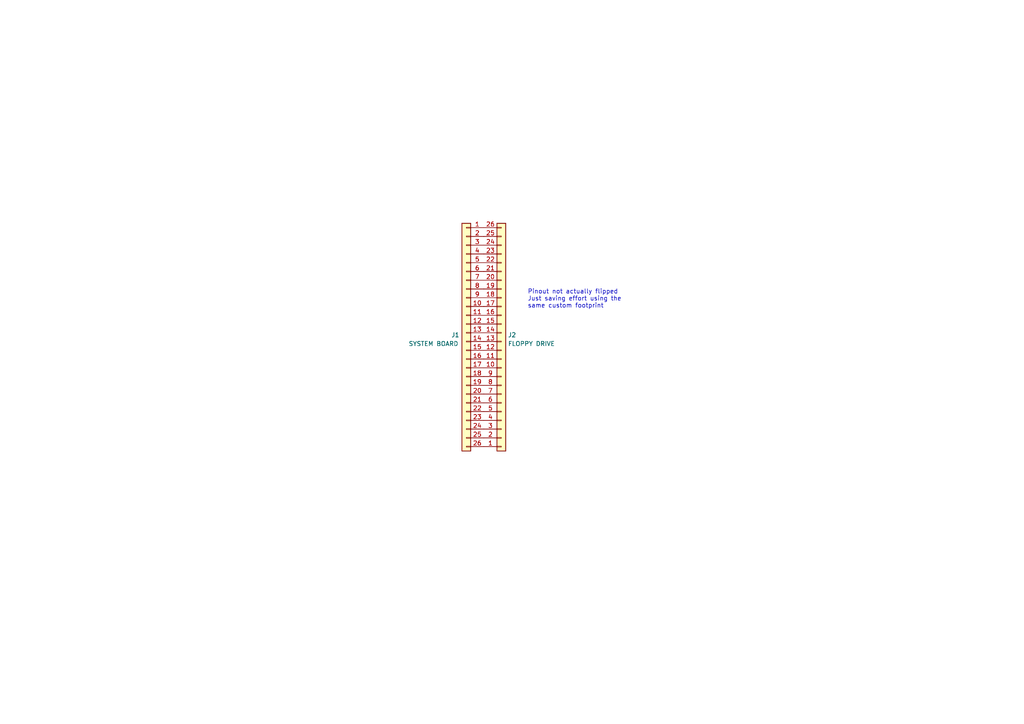
<source format=kicad_sch>
(kicad_sch (version 20211123) (generator eeschema)

  (uuid c8389f97-7bd0-4d9b-87c7-8cf801aa7aea)

  (paper "A4")

  (lib_symbols
    (symbol "Connector_Generic:Conn_01x26" (pin_names (offset 1.016) hide) (in_bom yes) (on_board yes)
      (property "Reference" "J" (id 0) (at 0 33.02 0)
        (effects (font (size 1.27 1.27)))
      )
      (property "Value" "Conn_01x26" (id 1) (at 0 -35.56 0)
        (effects (font (size 1.27 1.27)))
      )
      (property "Footprint" "" (id 2) (at 0 0 0)
        (effects (font (size 1.27 1.27)) hide)
      )
      (property "Datasheet" "~" (id 3) (at 0 0 0)
        (effects (font (size 1.27 1.27)) hide)
      )
      (property "ki_keywords" "connector" (id 4) (at 0 0 0)
        (effects (font (size 1.27 1.27)) hide)
      )
      (property "ki_description" "Generic connector, single row, 01x26, script generated (kicad-library-utils/schlib/autogen/connector/)" (id 5) (at 0 0 0)
        (effects (font (size 1.27 1.27)) hide)
      )
      (property "ki_fp_filters" "Connector*:*_1x??_*" (id 6) (at 0 0 0)
        (effects (font (size 1.27 1.27)) hide)
      )
      (symbol "Conn_01x26_1_1"
        (rectangle (start -1.27 -32.893) (end 0 -33.147)
          (stroke (width 0.1524) (type default) (color 0 0 0 0))
          (fill (type none))
        )
        (rectangle (start -1.27 -30.353) (end 0 -30.607)
          (stroke (width 0.1524) (type default) (color 0 0 0 0))
          (fill (type none))
        )
        (rectangle (start -1.27 -27.813) (end 0 -28.067)
          (stroke (width 0.1524) (type default) (color 0 0 0 0))
          (fill (type none))
        )
        (rectangle (start -1.27 -25.273) (end 0 -25.527)
          (stroke (width 0.1524) (type default) (color 0 0 0 0))
          (fill (type none))
        )
        (rectangle (start -1.27 -22.733) (end 0 -22.987)
          (stroke (width 0.1524) (type default) (color 0 0 0 0))
          (fill (type none))
        )
        (rectangle (start -1.27 -20.193) (end 0 -20.447)
          (stroke (width 0.1524) (type default) (color 0 0 0 0))
          (fill (type none))
        )
        (rectangle (start -1.27 -17.653) (end 0 -17.907)
          (stroke (width 0.1524) (type default) (color 0 0 0 0))
          (fill (type none))
        )
        (rectangle (start -1.27 -15.113) (end 0 -15.367)
          (stroke (width 0.1524) (type default) (color 0 0 0 0))
          (fill (type none))
        )
        (rectangle (start -1.27 -12.573) (end 0 -12.827)
          (stroke (width 0.1524) (type default) (color 0 0 0 0))
          (fill (type none))
        )
        (rectangle (start -1.27 -10.033) (end 0 -10.287)
          (stroke (width 0.1524) (type default) (color 0 0 0 0))
          (fill (type none))
        )
        (rectangle (start -1.27 -7.493) (end 0 -7.747)
          (stroke (width 0.1524) (type default) (color 0 0 0 0))
          (fill (type none))
        )
        (rectangle (start -1.27 -4.953) (end 0 -5.207)
          (stroke (width 0.1524) (type default) (color 0 0 0 0))
          (fill (type none))
        )
        (rectangle (start -1.27 -2.413) (end 0 -2.667)
          (stroke (width 0.1524) (type default) (color 0 0 0 0))
          (fill (type none))
        )
        (rectangle (start -1.27 0.127) (end 0 -0.127)
          (stroke (width 0.1524) (type default) (color 0 0 0 0))
          (fill (type none))
        )
        (rectangle (start -1.27 2.667) (end 0 2.413)
          (stroke (width 0.1524) (type default) (color 0 0 0 0))
          (fill (type none))
        )
        (rectangle (start -1.27 5.207) (end 0 4.953)
          (stroke (width 0.1524) (type default) (color 0 0 0 0))
          (fill (type none))
        )
        (rectangle (start -1.27 7.747) (end 0 7.493)
          (stroke (width 0.1524) (type default) (color 0 0 0 0))
          (fill (type none))
        )
        (rectangle (start -1.27 10.287) (end 0 10.033)
          (stroke (width 0.1524) (type default) (color 0 0 0 0))
          (fill (type none))
        )
        (rectangle (start -1.27 12.827) (end 0 12.573)
          (stroke (width 0.1524) (type default) (color 0 0 0 0))
          (fill (type none))
        )
        (rectangle (start -1.27 15.367) (end 0 15.113)
          (stroke (width 0.1524) (type default) (color 0 0 0 0))
          (fill (type none))
        )
        (rectangle (start -1.27 17.907) (end 0 17.653)
          (stroke (width 0.1524) (type default) (color 0 0 0 0))
          (fill (type none))
        )
        (rectangle (start -1.27 20.447) (end 0 20.193)
          (stroke (width 0.1524) (type default) (color 0 0 0 0))
          (fill (type none))
        )
        (rectangle (start -1.27 22.987) (end 0 22.733)
          (stroke (width 0.1524) (type default) (color 0 0 0 0))
          (fill (type none))
        )
        (rectangle (start -1.27 25.527) (end 0 25.273)
          (stroke (width 0.1524) (type default) (color 0 0 0 0))
          (fill (type none))
        )
        (rectangle (start -1.27 28.067) (end 0 27.813)
          (stroke (width 0.1524) (type default) (color 0 0 0 0))
          (fill (type none))
        )
        (rectangle (start -1.27 30.607) (end 0 30.353)
          (stroke (width 0.1524) (type default) (color 0 0 0 0))
          (fill (type none))
        )
        (rectangle (start -1.27 31.75) (end 1.27 -34.29)
          (stroke (width 0.254) (type default) (color 0 0 0 0))
          (fill (type background))
        )
        (pin passive line (at -5.08 30.48 0) (length 3.81)
          (name "Pin_1" (effects (font (size 1.27 1.27))))
          (number "1" (effects (font (size 1.27 1.27))))
        )
        (pin passive line (at -5.08 7.62 0) (length 3.81)
          (name "Pin_10" (effects (font (size 1.27 1.27))))
          (number "10" (effects (font (size 1.27 1.27))))
        )
        (pin passive line (at -5.08 5.08 0) (length 3.81)
          (name "Pin_11" (effects (font (size 1.27 1.27))))
          (number "11" (effects (font (size 1.27 1.27))))
        )
        (pin passive line (at -5.08 2.54 0) (length 3.81)
          (name "Pin_12" (effects (font (size 1.27 1.27))))
          (number "12" (effects (font (size 1.27 1.27))))
        )
        (pin passive line (at -5.08 0 0) (length 3.81)
          (name "Pin_13" (effects (font (size 1.27 1.27))))
          (number "13" (effects (font (size 1.27 1.27))))
        )
        (pin passive line (at -5.08 -2.54 0) (length 3.81)
          (name "Pin_14" (effects (font (size 1.27 1.27))))
          (number "14" (effects (font (size 1.27 1.27))))
        )
        (pin passive line (at -5.08 -5.08 0) (length 3.81)
          (name "Pin_15" (effects (font (size 1.27 1.27))))
          (number "15" (effects (font (size 1.27 1.27))))
        )
        (pin passive line (at -5.08 -7.62 0) (length 3.81)
          (name "Pin_16" (effects (font (size 1.27 1.27))))
          (number "16" (effects (font (size 1.27 1.27))))
        )
        (pin passive line (at -5.08 -10.16 0) (length 3.81)
          (name "Pin_17" (effects (font (size 1.27 1.27))))
          (number "17" (effects (font (size 1.27 1.27))))
        )
        (pin passive line (at -5.08 -12.7 0) (length 3.81)
          (name "Pin_18" (effects (font (size 1.27 1.27))))
          (number "18" (effects (font (size 1.27 1.27))))
        )
        (pin passive line (at -5.08 -15.24 0) (length 3.81)
          (name "Pin_19" (effects (font (size 1.27 1.27))))
          (number "19" (effects (font (size 1.27 1.27))))
        )
        (pin passive line (at -5.08 27.94 0) (length 3.81)
          (name "Pin_2" (effects (font (size 1.27 1.27))))
          (number "2" (effects (font (size 1.27 1.27))))
        )
        (pin passive line (at -5.08 -17.78 0) (length 3.81)
          (name "Pin_20" (effects (font (size 1.27 1.27))))
          (number "20" (effects (font (size 1.27 1.27))))
        )
        (pin passive line (at -5.08 -20.32 0) (length 3.81)
          (name "Pin_21" (effects (font (size 1.27 1.27))))
          (number "21" (effects (font (size 1.27 1.27))))
        )
        (pin passive line (at -5.08 -22.86 0) (length 3.81)
          (name "Pin_22" (effects (font (size 1.27 1.27))))
          (number "22" (effects (font (size 1.27 1.27))))
        )
        (pin passive line (at -5.08 -25.4 0) (length 3.81)
          (name "Pin_23" (effects (font (size 1.27 1.27))))
          (number "23" (effects (font (size 1.27 1.27))))
        )
        (pin passive line (at -5.08 -27.94 0) (length 3.81)
          (name "Pin_24" (effects (font (size 1.27 1.27))))
          (number "24" (effects (font (size 1.27 1.27))))
        )
        (pin passive line (at -5.08 -30.48 0) (length 3.81)
          (name "Pin_25" (effects (font (size 1.27 1.27))))
          (number "25" (effects (font (size 1.27 1.27))))
        )
        (pin passive line (at -5.08 -33.02 0) (length 3.81)
          (name "Pin_26" (effects (font (size 1.27 1.27))))
          (number "26" (effects (font (size 1.27 1.27))))
        )
        (pin passive line (at -5.08 25.4 0) (length 3.81)
          (name "Pin_3" (effects (font (size 1.27 1.27))))
          (number "3" (effects (font (size 1.27 1.27))))
        )
        (pin passive line (at -5.08 22.86 0) (length 3.81)
          (name "Pin_4" (effects (font (size 1.27 1.27))))
          (number "4" (effects (font (size 1.27 1.27))))
        )
        (pin passive line (at -5.08 20.32 0) (length 3.81)
          (name "Pin_5" (effects (font (size 1.27 1.27))))
          (number "5" (effects (font (size 1.27 1.27))))
        )
        (pin passive line (at -5.08 17.78 0) (length 3.81)
          (name "Pin_6" (effects (font (size 1.27 1.27))))
          (number "6" (effects (font (size 1.27 1.27))))
        )
        (pin passive line (at -5.08 15.24 0) (length 3.81)
          (name "Pin_7" (effects (font (size 1.27 1.27))))
          (number "7" (effects (font (size 1.27 1.27))))
        )
        (pin passive line (at -5.08 12.7 0) (length 3.81)
          (name "Pin_8" (effects (font (size 1.27 1.27))))
          (number "8" (effects (font (size 1.27 1.27))))
        )
        (pin passive line (at -5.08 10.16 0) (length 3.81)
          (name "Pin_9" (effects (font (size 1.27 1.27))))
          (number "9" (effects (font (size 1.27 1.27))))
        )
      )
    )
  )


  (text "Pinout not actually flipped\nJust saving effort using the\nsame custom footprint"
    (at 153.035 89.535 0)
    (effects (font (size 1.27 1.27)) (justify left bottom))
    (uuid 999751fc-78d3-4f80-b9fe-ca01ec165983)
  )

  (symbol (lib_id "Connector_Generic:Conn_01x26") (at 145.415 99.06 0) (mirror x) (unit 1)
    (in_bom yes) (on_board yes)
    (uuid 3b5814a4-1892-44f2-839f-1880b7e3fe36)
    (property "Reference" "J2" (id 0) (at 147.32 97.155 0)
      (effects (font (size 1.27 1.27)) (justify left))
    )
    (property "Value" "FLOPPY DRIVE" (id 1) (at 147.32 99.695 0)
      (effects (font (size 1.27 1.27)) (justify left))
    )
    (property "Footprint" "Silvestron Components:CONN_26P_Floppy_Flex" (id 2) (at 145.415 99.06 0)
      (effects (font (size 1.27 1.27)) hide)
    )
    (property "Datasheet" "~" (id 3) (at 145.415 99.06 0)
      (effects (font (size 1.27 1.27)) hide)
    )
    (pin "1" (uuid 7f6a15a0-7673-44e6-8c06-ec477f6ff813))
    (pin "10" (uuid 4cfe4ec7-c00e-4cac-b544-b39cda569e0d))
    (pin "11" (uuid 089f2537-ee83-402f-befd-c1b8aa2d86e4))
    (pin "12" (uuid 2b504e5d-ab04-4d14-bc74-733a49a11bfd))
    (pin "13" (uuid a7ddc542-975c-4edc-984a-011972144d4c))
    (pin "14" (uuid 9f4d72ef-64d6-4fb4-b66b-bc9ba8cde567))
    (pin "15" (uuid b560ef4c-0fdb-4cec-a940-6cd55dbebed4))
    (pin "16" (uuid ba4fe392-a1cf-469b-8fae-4aa4436989ab))
    (pin "17" (uuid e8058b7f-84cf-49e8-b8f4-102f66960e3e))
    (pin "18" (uuid 07b3d545-cebb-49bb-8a5b-fb3634510f47))
    (pin "19" (uuid f4818450-6d40-4dba-a505-654eaacbd7e5))
    (pin "2" (uuid 980e43e2-8b94-4e0a-b5cd-2ba44fa2dabd))
    (pin "20" (uuid 90de1151-274d-4804-8eec-2ed32eb14ea8))
    (pin "21" (uuid 853b5d49-f368-4b3d-8d49-637651e038fe))
    (pin "22" (uuid 99eea8c4-2320-4583-8a71-de5336ba8638))
    (pin "23" (uuid 603dea49-458e-41e0-b1b0-3da9e8e4c29a))
    (pin "24" (uuid 8ad73407-04eb-402f-8731-f2c0c78664c7))
    (pin "25" (uuid 9255d140-64c1-41b1-801d-6bfebb9dc104))
    (pin "26" (uuid 6a0f7cc5-40d6-4912-8adb-11b5a9914da4))
    (pin "3" (uuid bb0788b7-b97a-45fe-8da3-9a1e4e99a8e5))
    (pin "4" (uuid 0121d661-90c3-4759-a20e-fee8adb601bc))
    (pin "5" (uuid 86a9a44c-613f-4b50-a19c-a403d927c404))
    (pin "6" (uuid b4487637-6620-4cd6-a426-dab9ea4b37e2))
    (pin "7" (uuid 1c9ec3ad-2528-4408-8c80-0785a2d447d5))
    (pin "8" (uuid b72aa62f-07a4-4bfe-a6e7-c97621e5d86d))
    (pin "9" (uuid b4d41345-0074-4891-a905-557de0ea08fa))
  )

  (symbol (lib_id "Connector_Generic:Conn_01x26") (at 135.255 96.52 0) (mirror y) (unit 1)
    (in_bom yes) (on_board yes)
    (uuid b3fe6eba-8db1-4e84-9cbf-53b9af676ccd)
    (property "Reference" "J1" (id 0) (at 132.08 97.155 0))
    (property "Value" "SYSTEM BOARD" (id 1) (at 125.73 99.695 0))
    (property "Footprint" "Silvestron Components:CONN_26P_Floppy_Flex" (id 2) (at 135.255 96.52 0)
      (effects (font (size 1.27 1.27)) hide)
    )
    (property "Datasheet" "~" (id 3) (at 135.255 96.52 0)
      (effects (font (size 1.27 1.27)) hide)
    )
    (pin "1" (uuid a62253d2-d64e-450e-8292-de57e9d8f4e6))
    (pin "10" (uuid c46cde8c-8d65-4fc3-a8ce-a2158ef9b858))
    (pin "11" (uuid 4cdd234c-4a9d-42b3-99ec-848ae490ab14))
    (pin "12" (uuid dc75287f-1409-47ea-84a3-4f833f15a457))
    (pin "13" (uuid ff345922-dc40-46e6-a7d9-95bbb209a5cb))
    (pin "14" (uuid c93e500e-24ec-494f-970f-93e50810bc99))
    (pin "15" (uuid cef2518d-7126-4422-a649-144f94012bad))
    (pin "16" (uuid 281de8e7-a958-42ed-9096-a472f8b90463))
    (pin "17" (uuid 20b79b52-c039-4d11-9f8c-125afa497184))
    (pin "18" (uuid 8ffed236-228d-412f-9b31-42b369525c8d))
    (pin "19" (uuid 75d58a0f-b37f-4a53-81e9-95fdc762d0a5))
    (pin "2" (uuid b1f3c500-7407-4772-acff-42d2f005e2be))
    (pin "20" (uuid 39a63443-3e4d-4fab-81a1-f4f5ad4c5613))
    (pin "21" (uuid 6cc88f92-d403-45a8-838f-ae33fdf24407))
    (pin "22" (uuid 6640e98e-656f-46c7-b34a-df2d64dd505d))
    (pin "23" (uuid 9d883a3a-9ea5-4da2-ab06-a32664d72251))
    (pin "24" (uuid fb0cf383-b974-49fc-878c-23d5d10579e6))
    (pin "25" (uuid d0e9e881-6317-4257-9faa-7c447002be8c))
    (pin "26" (uuid e0cff7c5-f61a-4975-86bc-33b129e3d045))
    (pin "3" (uuid 4ba8c3e5-8912-408f-9eac-3476ddbe5021))
    (pin "4" (uuid 00546621-6af9-4d39-9b9c-ab8334d11d89))
    (pin "5" (uuid c8e0be89-b357-4ee0-9958-e4b4b81600c3))
    (pin "6" (uuid 56506276-ce6d-4788-8612-87231a802201))
    (pin "7" (uuid 9f2a68ef-9d81-4137-9109-8dd85172b406))
    (pin "8" (uuid 9b156987-84e0-41cc-8fab-8745b1127132))
    (pin "9" (uuid a84d1fb2-36cd-44a6-8132-4b5a9c6bef3e))
  )

  (sheet_instances
    (path "/" (page "1"))
  )

  (symbol_instances
    (path "/b3fe6eba-8db1-4e84-9cbf-53b9af676ccd"
      (reference "J1") (unit 1) (value "SYSTEM BOARD") (footprint "Silvestron Components:CONN_26P_Floppy_Flex")
    )
    (path "/3b5814a4-1892-44f2-839f-1880b7e3fe36"
      (reference "J2") (unit 1) (value "FLOPPY DRIVE") (footprint "Silvestron Components:CONN_26P_Floppy_Flex")
    )
  )
)

</source>
